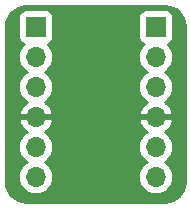
<source format=gbr>
G04 #@! TF.GenerationSoftware,KiCad,Pcbnew,(5.1.4)-1*
G04 #@! TF.CreationDate,2019-10-08T20:24:19-04:00*
G04 #@! TF.ProjectId,logic level shifter (bidirectional),6c6f6769-6320-46c6-9576-656c20736869,rev?*
G04 #@! TF.SameCoordinates,Original*
G04 #@! TF.FileFunction,Copper,L2,Bot*
G04 #@! TF.FilePolarity,Positive*
%FSLAX46Y46*%
G04 Gerber Fmt 4.6, Leading zero omitted, Abs format (unit mm)*
G04 Created by KiCad (PCBNEW (5.1.4)-1) date 2019-10-08 20:24:19*
%MOMM*%
%LPD*%
G04 APERTURE LIST*
%ADD10O,1.700000X1.700000*%
%ADD11R,1.700000X1.700000*%
%ADD12C,0.254000*%
G04 APERTURE END LIST*
D10*
X109093000Y-84658200D03*
X109093000Y-82118200D03*
X109093000Y-79578200D03*
X109093000Y-77038200D03*
X109093000Y-74498200D03*
D11*
X109093000Y-71958200D03*
X119253000Y-71958200D03*
D10*
X119253000Y-74498200D03*
X119253000Y-77038200D03*
X119253000Y-79578200D03*
X119253000Y-82118200D03*
X119253000Y-84658200D03*
D12*
G36*
X120381010Y-70239272D02*
G01*
X120684213Y-70330814D01*
X120963864Y-70479507D01*
X121209305Y-70679684D01*
X121411191Y-70923721D01*
X121561831Y-71202325D01*
X121655490Y-71504888D01*
X121691801Y-71850367D01*
X121691800Y-85083121D01*
X121657728Y-85430609D01*
X121566184Y-85733817D01*
X121417493Y-86013463D01*
X121217316Y-86258905D01*
X120973276Y-86460792D01*
X120694675Y-86611431D01*
X120392113Y-86705090D01*
X120046642Y-86741400D01*
X108236279Y-86741400D01*
X107888791Y-86707328D01*
X107585583Y-86615784D01*
X107305937Y-86467093D01*
X107060495Y-86266916D01*
X106858608Y-86022876D01*
X106707969Y-85744275D01*
X106614310Y-85441713D01*
X106578000Y-85096242D01*
X106578000Y-82118200D01*
X107600815Y-82118200D01*
X107629487Y-82409311D01*
X107714401Y-82689234D01*
X107852294Y-82947214D01*
X108037866Y-83173334D01*
X108263986Y-83358906D01*
X108318791Y-83388200D01*
X108263986Y-83417494D01*
X108037866Y-83603066D01*
X107852294Y-83829186D01*
X107714401Y-84087166D01*
X107629487Y-84367089D01*
X107600815Y-84658200D01*
X107629487Y-84949311D01*
X107714401Y-85229234D01*
X107852294Y-85487214D01*
X108037866Y-85713334D01*
X108263986Y-85898906D01*
X108521966Y-86036799D01*
X108801889Y-86121713D01*
X109020050Y-86143200D01*
X109165950Y-86143200D01*
X109384111Y-86121713D01*
X109664034Y-86036799D01*
X109922014Y-85898906D01*
X110148134Y-85713334D01*
X110333706Y-85487214D01*
X110471599Y-85229234D01*
X110556513Y-84949311D01*
X110585185Y-84658200D01*
X110556513Y-84367089D01*
X110471599Y-84087166D01*
X110333706Y-83829186D01*
X110148134Y-83603066D01*
X109922014Y-83417494D01*
X109867209Y-83388200D01*
X109922014Y-83358906D01*
X110148134Y-83173334D01*
X110333706Y-82947214D01*
X110471599Y-82689234D01*
X110556513Y-82409311D01*
X110585185Y-82118200D01*
X117760815Y-82118200D01*
X117789487Y-82409311D01*
X117874401Y-82689234D01*
X118012294Y-82947214D01*
X118197866Y-83173334D01*
X118423986Y-83358906D01*
X118478791Y-83388200D01*
X118423986Y-83417494D01*
X118197866Y-83603066D01*
X118012294Y-83829186D01*
X117874401Y-84087166D01*
X117789487Y-84367089D01*
X117760815Y-84658200D01*
X117789487Y-84949311D01*
X117874401Y-85229234D01*
X118012294Y-85487214D01*
X118197866Y-85713334D01*
X118423986Y-85898906D01*
X118681966Y-86036799D01*
X118961889Y-86121713D01*
X119180050Y-86143200D01*
X119325950Y-86143200D01*
X119544111Y-86121713D01*
X119824034Y-86036799D01*
X120082014Y-85898906D01*
X120308134Y-85713334D01*
X120493706Y-85487214D01*
X120631599Y-85229234D01*
X120716513Y-84949311D01*
X120745185Y-84658200D01*
X120716513Y-84367089D01*
X120631599Y-84087166D01*
X120493706Y-83829186D01*
X120308134Y-83603066D01*
X120082014Y-83417494D01*
X120027209Y-83388200D01*
X120082014Y-83358906D01*
X120308134Y-83173334D01*
X120493706Y-82947214D01*
X120631599Y-82689234D01*
X120716513Y-82409311D01*
X120745185Y-82118200D01*
X120716513Y-81827089D01*
X120631599Y-81547166D01*
X120493706Y-81289186D01*
X120308134Y-81063066D01*
X120082014Y-80877494D01*
X120017477Y-80842999D01*
X120134355Y-80773378D01*
X120350588Y-80578469D01*
X120524641Y-80345120D01*
X120649825Y-80082299D01*
X120694476Y-79935090D01*
X120573155Y-79705200D01*
X119380000Y-79705200D01*
X119380000Y-79725200D01*
X119126000Y-79725200D01*
X119126000Y-79705200D01*
X117932845Y-79705200D01*
X117811524Y-79935090D01*
X117856175Y-80082299D01*
X117981359Y-80345120D01*
X118155412Y-80578469D01*
X118371645Y-80773378D01*
X118488523Y-80842999D01*
X118423986Y-80877494D01*
X118197866Y-81063066D01*
X118012294Y-81289186D01*
X117874401Y-81547166D01*
X117789487Y-81827089D01*
X117760815Y-82118200D01*
X110585185Y-82118200D01*
X110556513Y-81827089D01*
X110471599Y-81547166D01*
X110333706Y-81289186D01*
X110148134Y-81063066D01*
X109922014Y-80877494D01*
X109857477Y-80842999D01*
X109974355Y-80773378D01*
X110190588Y-80578469D01*
X110364641Y-80345120D01*
X110489825Y-80082299D01*
X110534476Y-79935090D01*
X110413155Y-79705200D01*
X109220000Y-79705200D01*
X109220000Y-79725200D01*
X108966000Y-79725200D01*
X108966000Y-79705200D01*
X107772845Y-79705200D01*
X107651524Y-79935090D01*
X107696175Y-80082299D01*
X107821359Y-80345120D01*
X107995412Y-80578469D01*
X108211645Y-80773378D01*
X108328523Y-80842999D01*
X108263986Y-80877494D01*
X108037866Y-81063066D01*
X107852294Y-81289186D01*
X107714401Y-81547166D01*
X107629487Y-81827089D01*
X107600815Y-82118200D01*
X106578000Y-82118200D01*
X106578000Y-74498200D01*
X107600815Y-74498200D01*
X107629487Y-74789311D01*
X107714401Y-75069234D01*
X107852294Y-75327214D01*
X108037866Y-75553334D01*
X108263986Y-75738906D01*
X108318791Y-75768200D01*
X108263986Y-75797494D01*
X108037866Y-75983066D01*
X107852294Y-76209186D01*
X107714401Y-76467166D01*
X107629487Y-76747089D01*
X107600815Y-77038200D01*
X107629487Y-77329311D01*
X107714401Y-77609234D01*
X107852294Y-77867214D01*
X108037866Y-78093334D01*
X108263986Y-78278906D01*
X108328523Y-78313401D01*
X108211645Y-78383022D01*
X107995412Y-78577931D01*
X107821359Y-78811280D01*
X107696175Y-79074101D01*
X107651524Y-79221310D01*
X107772845Y-79451200D01*
X108966000Y-79451200D01*
X108966000Y-79431200D01*
X109220000Y-79431200D01*
X109220000Y-79451200D01*
X110413155Y-79451200D01*
X110534476Y-79221310D01*
X110489825Y-79074101D01*
X110364641Y-78811280D01*
X110190588Y-78577931D01*
X109974355Y-78383022D01*
X109857477Y-78313401D01*
X109922014Y-78278906D01*
X110148134Y-78093334D01*
X110333706Y-77867214D01*
X110471599Y-77609234D01*
X110556513Y-77329311D01*
X110585185Y-77038200D01*
X110556513Y-76747089D01*
X110471599Y-76467166D01*
X110333706Y-76209186D01*
X110148134Y-75983066D01*
X109922014Y-75797494D01*
X109867209Y-75768200D01*
X109922014Y-75738906D01*
X110148134Y-75553334D01*
X110333706Y-75327214D01*
X110471599Y-75069234D01*
X110556513Y-74789311D01*
X110585185Y-74498200D01*
X117760815Y-74498200D01*
X117789487Y-74789311D01*
X117874401Y-75069234D01*
X118012294Y-75327214D01*
X118197866Y-75553334D01*
X118423986Y-75738906D01*
X118478791Y-75768200D01*
X118423986Y-75797494D01*
X118197866Y-75983066D01*
X118012294Y-76209186D01*
X117874401Y-76467166D01*
X117789487Y-76747089D01*
X117760815Y-77038200D01*
X117789487Y-77329311D01*
X117874401Y-77609234D01*
X118012294Y-77867214D01*
X118197866Y-78093334D01*
X118423986Y-78278906D01*
X118488523Y-78313401D01*
X118371645Y-78383022D01*
X118155412Y-78577931D01*
X117981359Y-78811280D01*
X117856175Y-79074101D01*
X117811524Y-79221310D01*
X117932845Y-79451200D01*
X119126000Y-79451200D01*
X119126000Y-79431200D01*
X119380000Y-79431200D01*
X119380000Y-79451200D01*
X120573155Y-79451200D01*
X120694476Y-79221310D01*
X120649825Y-79074101D01*
X120524641Y-78811280D01*
X120350588Y-78577931D01*
X120134355Y-78383022D01*
X120017477Y-78313401D01*
X120082014Y-78278906D01*
X120308134Y-78093334D01*
X120493706Y-77867214D01*
X120631599Y-77609234D01*
X120716513Y-77329311D01*
X120745185Y-77038200D01*
X120716513Y-76747089D01*
X120631599Y-76467166D01*
X120493706Y-76209186D01*
X120308134Y-75983066D01*
X120082014Y-75797494D01*
X120027209Y-75768200D01*
X120082014Y-75738906D01*
X120308134Y-75553334D01*
X120493706Y-75327214D01*
X120631599Y-75069234D01*
X120716513Y-74789311D01*
X120745185Y-74498200D01*
X120716513Y-74207089D01*
X120631599Y-73927166D01*
X120493706Y-73669186D01*
X120308134Y-73443066D01*
X120278313Y-73418593D01*
X120347180Y-73397702D01*
X120457494Y-73338737D01*
X120554185Y-73259385D01*
X120633537Y-73162694D01*
X120692502Y-73052380D01*
X120728812Y-72932682D01*
X120741072Y-72808200D01*
X120741072Y-71108200D01*
X120728812Y-70983718D01*
X120692502Y-70864020D01*
X120633537Y-70753706D01*
X120554185Y-70657015D01*
X120457494Y-70577663D01*
X120347180Y-70518698D01*
X120227482Y-70482388D01*
X120103000Y-70470128D01*
X118403000Y-70470128D01*
X118278518Y-70482388D01*
X118158820Y-70518698D01*
X118048506Y-70577663D01*
X117951815Y-70657015D01*
X117872463Y-70753706D01*
X117813498Y-70864020D01*
X117777188Y-70983718D01*
X117764928Y-71108200D01*
X117764928Y-72808200D01*
X117777188Y-72932682D01*
X117813498Y-73052380D01*
X117872463Y-73162694D01*
X117951815Y-73259385D01*
X118048506Y-73338737D01*
X118158820Y-73397702D01*
X118227687Y-73418593D01*
X118197866Y-73443066D01*
X118012294Y-73669186D01*
X117874401Y-73927166D01*
X117789487Y-74207089D01*
X117760815Y-74498200D01*
X110585185Y-74498200D01*
X110556513Y-74207089D01*
X110471599Y-73927166D01*
X110333706Y-73669186D01*
X110148134Y-73443066D01*
X110118313Y-73418593D01*
X110187180Y-73397702D01*
X110297494Y-73338737D01*
X110394185Y-73259385D01*
X110473537Y-73162694D01*
X110532502Y-73052380D01*
X110568812Y-72932682D01*
X110581072Y-72808200D01*
X110581072Y-71108200D01*
X110568812Y-70983718D01*
X110532502Y-70864020D01*
X110473537Y-70753706D01*
X110394185Y-70657015D01*
X110297494Y-70577663D01*
X110187180Y-70518698D01*
X110067482Y-70482388D01*
X109943000Y-70470128D01*
X108243000Y-70470128D01*
X108118518Y-70482388D01*
X107998820Y-70518698D01*
X107888506Y-70577663D01*
X107791815Y-70657015D01*
X107712463Y-70753706D01*
X107653498Y-70864020D01*
X107617188Y-70983718D01*
X107604928Y-71108200D01*
X107604928Y-72808200D01*
X107617188Y-72932682D01*
X107653498Y-73052380D01*
X107712463Y-73162694D01*
X107791815Y-73259385D01*
X107888506Y-73338737D01*
X107998820Y-73397702D01*
X108067687Y-73418593D01*
X108037866Y-73443066D01*
X107852294Y-73669186D01*
X107714401Y-73927166D01*
X107629487Y-74207089D01*
X107600815Y-74498200D01*
X106578000Y-74498200D01*
X106578000Y-71863479D01*
X106612072Y-71515990D01*
X106703614Y-71212787D01*
X106852307Y-70933136D01*
X107052484Y-70687695D01*
X107296521Y-70485809D01*
X107575125Y-70335169D01*
X107877688Y-70241510D01*
X108223158Y-70205200D01*
X120033521Y-70205200D01*
X120381010Y-70239272D01*
X120381010Y-70239272D01*
G37*
X120381010Y-70239272D02*
X120684213Y-70330814D01*
X120963864Y-70479507D01*
X121209305Y-70679684D01*
X121411191Y-70923721D01*
X121561831Y-71202325D01*
X121655490Y-71504888D01*
X121691801Y-71850367D01*
X121691800Y-85083121D01*
X121657728Y-85430609D01*
X121566184Y-85733817D01*
X121417493Y-86013463D01*
X121217316Y-86258905D01*
X120973276Y-86460792D01*
X120694675Y-86611431D01*
X120392113Y-86705090D01*
X120046642Y-86741400D01*
X108236279Y-86741400D01*
X107888791Y-86707328D01*
X107585583Y-86615784D01*
X107305937Y-86467093D01*
X107060495Y-86266916D01*
X106858608Y-86022876D01*
X106707969Y-85744275D01*
X106614310Y-85441713D01*
X106578000Y-85096242D01*
X106578000Y-82118200D01*
X107600815Y-82118200D01*
X107629487Y-82409311D01*
X107714401Y-82689234D01*
X107852294Y-82947214D01*
X108037866Y-83173334D01*
X108263986Y-83358906D01*
X108318791Y-83388200D01*
X108263986Y-83417494D01*
X108037866Y-83603066D01*
X107852294Y-83829186D01*
X107714401Y-84087166D01*
X107629487Y-84367089D01*
X107600815Y-84658200D01*
X107629487Y-84949311D01*
X107714401Y-85229234D01*
X107852294Y-85487214D01*
X108037866Y-85713334D01*
X108263986Y-85898906D01*
X108521966Y-86036799D01*
X108801889Y-86121713D01*
X109020050Y-86143200D01*
X109165950Y-86143200D01*
X109384111Y-86121713D01*
X109664034Y-86036799D01*
X109922014Y-85898906D01*
X110148134Y-85713334D01*
X110333706Y-85487214D01*
X110471599Y-85229234D01*
X110556513Y-84949311D01*
X110585185Y-84658200D01*
X110556513Y-84367089D01*
X110471599Y-84087166D01*
X110333706Y-83829186D01*
X110148134Y-83603066D01*
X109922014Y-83417494D01*
X109867209Y-83388200D01*
X109922014Y-83358906D01*
X110148134Y-83173334D01*
X110333706Y-82947214D01*
X110471599Y-82689234D01*
X110556513Y-82409311D01*
X110585185Y-82118200D01*
X117760815Y-82118200D01*
X117789487Y-82409311D01*
X117874401Y-82689234D01*
X118012294Y-82947214D01*
X118197866Y-83173334D01*
X118423986Y-83358906D01*
X118478791Y-83388200D01*
X118423986Y-83417494D01*
X118197866Y-83603066D01*
X118012294Y-83829186D01*
X117874401Y-84087166D01*
X117789487Y-84367089D01*
X117760815Y-84658200D01*
X117789487Y-84949311D01*
X117874401Y-85229234D01*
X118012294Y-85487214D01*
X118197866Y-85713334D01*
X118423986Y-85898906D01*
X118681966Y-86036799D01*
X118961889Y-86121713D01*
X119180050Y-86143200D01*
X119325950Y-86143200D01*
X119544111Y-86121713D01*
X119824034Y-86036799D01*
X120082014Y-85898906D01*
X120308134Y-85713334D01*
X120493706Y-85487214D01*
X120631599Y-85229234D01*
X120716513Y-84949311D01*
X120745185Y-84658200D01*
X120716513Y-84367089D01*
X120631599Y-84087166D01*
X120493706Y-83829186D01*
X120308134Y-83603066D01*
X120082014Y-83417494D01*
X120027209Y-83388200D01*
X120082014Y-83358906D01*
X120308134Y-83173334D01*
X120493706Y-82947214D01*
X120631599Y-82689234D01*
X120716513Y-82409311D01*
X120745185Y-82118200D01*
X120716513Y-81827089D01*
X120631599Y-81547166D01*
X120493706Y-81289186D01*
X120308134Y-81063066D01*
X120082014Y-80877494D01*
X120017477Y-80842999D01*
X120134355Y-80773378D01*
X120350588Y-80578469D01*
X120524641Y-80345120D01*
X120649825Y-80082299D01*
X120694476Y-79935090D01*
X120573155Y-79705200D01*
X119380000Y-79705200D01*
X119380000Y-79725200D01*
X119126000Y-79725200D01*
X119126000Y-79705200D01*
X117932845Y-79705200D01*
X117811524Y-79935090D01*
X117856175Y-80082299D01*
X117981359Y-80345120D01*
X118155412Y-80578469D01*
X118371645Y-80773378D01*
X118488523Y-80842999D01*
X118423986Y-80877494D01*
X118197866Y-81063066D01*
X118012294Y-81289186D01*
X117874401Y-81547166D01*
X117789487Y-81827089D01*
X117760815Y-82118200D01*
X110585185Y-82118200D01*
X110556513Y-81827089D01*
X110471599Y-81547166D01*
X110333706Y-81289186D01*
X110148134Y-81063066D01*
X109922014Y-80877494D01*
X109857477Y-80842999D01*
X109974355Y-80773378D01*
X110190588Y-80578469D01*
X110364641Y-80345120D01*
X110489825Y-80082299D01*
X110534476Y-79935090D01*
X110413155Y-79705200D01*
X109220000Y-79705200D01*
X109220000Y-79725200D01*
X108966000Y-79725200D01*
X108966000Y-79705200D01*
X107772845Y-79705200D01*
X107651524Y-79935090D01*
X107696175Y-80082299D01*
X107821359Y-80345120D01*
X107995412Y-80578469D01*
X108211645Y-80773378D01*
X108328523Y-80842999D01*
X108263986Y-80877494D01*
X108037866Y-81063066D01*
X107852294Y-81289186D01*
X107714401Y-81547166D01*
X107629487Y-81827089D01*
X107600815Y-82118200D01*
X106578000Y-82118200D01*
X106578000Y-74498200D01*
X107600815Y-74498200D01*
X107629487Y-74789311D01*
X107714401Y-75069234D01*
X107852294Y-75327214D01*
X108037866Y-75553334D01*
X108263986Y-75738906D01*
X108318791Y-75768200D01*
X108263986Y-75797494D01*
X108037866Y-75983066D01*
X107852294Y-76209186D01*
X107714401Y-76467166D01*
X107629487Y-76747089D01*
X107600815Y-77038200D01*
X107629487Y-77329311D01*
X107714401Y-77609234D01*
X107852294Y-77867214D01*
X108037866Y-78093334D01*
X108263986Y-78278906D01*
X108328523Y-78313401D01*
X108211645Y-78383022D01*
X107995412Y-78577931D01*
X107821359Y-78811280D01*
X107696175Y-79074101D01*
X107651524Y-79221310D01*
X107772845Y-79451200D01*
X108966000Y-79451200D01*
X108966000Y-79431200D01*
X109220000Y-79431200D01*
X109220000Y-79451200D01*
X110413155Y-79451200D01*
X110534476Y-79221310D01*
X110489825Y-79074101D01*
X110364641Y-78811280D01*
X110190588Y-78577931D01*
X109974355Y-78383022D01*
X109857477Y-78313401D01*
X109922014Y-78278906D01*
X110148134Y-78093334D01*
X110333706Y-77867214D01*
X110471599Y-77609234D01*
X110556513Y-77329311D01*
X110585185Y-77038200D01*
X110556513Y-76747089D01*
X110471599Y-76467166D01*
X110333706Y-76209186D01*
X110148134Y-75983066D01*
X109922014Y-75797494D01*
X109867209Y-75768200D01*
X109922014Y-75738906D01*
X110148134Y-75553334D01*
X110333706Y-75327214D01*
X110471599Y-75069234D01*
X110556513Y-74789311D01*
X110585185Y-74498200D01*
X117760815Y-74498200D01*
X117789487Y-74789311D01*
X117874401Y-75069234D01*
X118012294Y-75327214D01*
X118197866Y-75553334D01*
X118423986Y-75738906D01*
X118478791Y-75768200D01*
X118423986Y-75797494D01*
X118197866Y-75983066D01*
X118012294Y-76209186D01*
X117874401Y-76467166D01*
X117789487Y-76747089D01*
X117760815Y-77038200D01*
X117789487Y-77329311D01*
X117874401Y-77609234D01*
X118012294Y-77867214D01*
X118197866Y-78093334D01*
X118423986Y-78278906D01*
X118488523Y-78313401D01*
X118371645Y-78383022D01*
X118155412Y-78577931D01*
X117981359Y-78811280D01*
X117856175Y-79074101D01*
X117811524Y-79221310D01*
X117932845Y-79451200D01*
X119126000Y-79451200D01*
X119126000Y-79431200D01*
X119380000Y-79431200D01*
X119380000Y-79451200D01*
X120573155Y-79451200D01*
X120694476Y-79221310D01*
X120649825Y-79074101D01*
X120524641Y-78811280D01*
X120350588Y-78577931D01*
X120134355Y-78383022D01*
X120017477Y-78313401D01*
X120082014Y-78278906D01*
X120308134Y-78093334D01*
X120493706Y-77867214D01*
X120631599Y-77609234D01*
X120716513Y-77329311D01*
X120745185Y-77038200D01*
X120716513Y-76747089D01*
X120631599Y-76467166D01*
X120493706Y-76209186D01*
X120308134Y-75983066D01*
X120082014Y-75797494D01*
X120027209Y-75768200D01*
X120082014Y-75738906D01*
X120308134Y-75553334D01*
X120493706Y-75327214D01*
X120631599Y-75069234D01*
X120716513Y-74789311D01*
X120745185Y-74498200D01*
X120716513Y-74207089D01*
X120631599Y-73927166D01*
X120493706Y-73669186D01*
X120308134Y-73443066D01*
X120278313Y-73418593D01*
X120347180Y-73397702D01*
X120457494Y-73338737D01*
X120554185Y-73259385D01*
X120633537Y-73162694D01*
X120692502Y-73052380D01*
X120728812Y-72932682D01*
X120741072Y-72808200D01*
X120741072Y-71108200D01*
X120728812Y-70983718D01*
X120692502Y-70864020D01*
X120633537Y-70753706D01*
X120554185Y-70657015D01*
X120457494Y-70577663D01*
X120347180Y-70518698D01*
X120227482Y-70482388D01*
X120103000Y-70470128D01*
X118403000Y-70470128D01*
X118278518Y-70482388D01*
X118158820Y-70518698D01*
X118048506Y-70577663D01*
X117951815Y-70657015D01*
X117872463Y-70753706D01*
X117813498Y-70864020D01*
X117777188Y-70983718D01*
X117764928Y-71108200D01*
X117764928Y-72808200D01*
X117777188Y-72932682D01*
X117813498Y-73052380D01*
X117872463Y-73162694D01*
X117951815Y-73259385D01*
X118048506Y-73338737D01*
X118158820Y-73397702D01*
X118227687Y-73418593D01*
X118197866Y-73443066D01*
X118012294Y-73669186D01*
X117874401Y-73927166D01*
X117789487Y-74207089D01*
X117760815Y-74498200D01*
X110585185Y-74498200D01*
X110556513Y-74207089D01*
X110471599Y-73927166D01*
X110333706Y-73669186D01*
X110148134Y-73443066D01*
X110118313Y-73418593D01*
X110187180Y-73397702D01*
X110297494Y-73338737D01*
X110394185Y-73259385D01*
X110473537Y-73162694D01*
X110532502Y-73052380D01*
X110568812Y-72932682D01*
X110581072Y-72808200D01*
X110581072Y-71108200D01*
X110568812Y-70983718D01*
X110532502Y-70864020D01*
X110473537Y-70753706D01*
X110394185Y-70657015D01*
X110297494Y-70577663D01*
X110187180Y-70518698D01*
X110067482Y-70482388D01*
X109943000Y-70470128D01*
X108243000Y-70470128D01*
X108118518Y-70482388D01*
X107998820Y-70518698D01*
X107888506Y-70577663D01*
X107791815Y-70657015D01*
X107712463Y-70753706D01*
X107653498Y-70864020D01*
X107617188Y-70983718D01*
X107604928Y-71108200D01*
X107604928Y-72808200D01*
X107617188Y-72932682D01*
X107653498Y-73052380D01*
X107712463Y-73162694D01*
X107791815Y-73259385D01*
X107888506Y-73338737D01*
X107998820Y-73397702D01*
X108067687Y-73418593D01*
X108037866Y-73443066D01*
X107852294Y-73669186D01*
X107714401Y-73927166D01*
X107629487Y-74207089D01*
X107600815Y-74498200D01*
X106578000Y-74498200D01*
X106578000Y-71863479D01*
X106612072Y-71515990D01*
X106703614Y-71212787D01*
X106852307Y-70933136D01*
X107052484Y-70687695D01*
X107296521Y-70485809D01*
X107575125Y-70335169D01*
X107877688Y-70241510D01*
X108223158Y-70205200D01*
X120033521Y-70205200D01*
X120381010Y-70239272D01*
M02*

</source>
